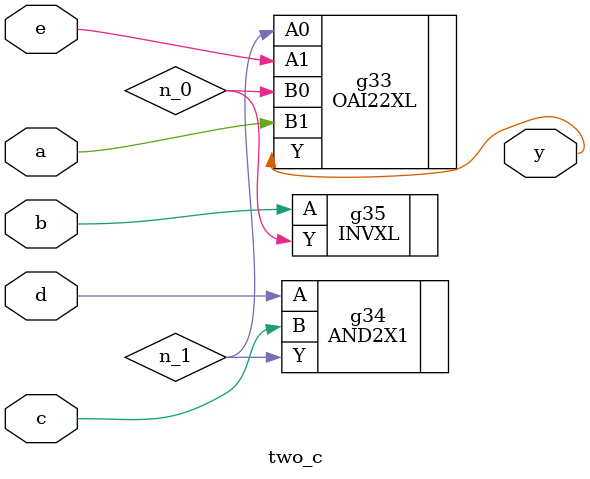
<source format=v>


// Verification Directory fv/two_c 

module two_c(a, b, c, d, e, y);
  input a, b, c, d, e;
  output y;
  wire a, b, c, d, e;
  wire y;
  wire n_0, n_1;
  OAI22XL g33(.A0 (n_1), .A1 (e), .B0 (n_0), .B1 (a), .Y (y));
  AND2X1 g34(.A (d), .B (c), .Y (n_1));
  INVXL g35(.A (b), .Y (n_0));
endmodule


</source>
